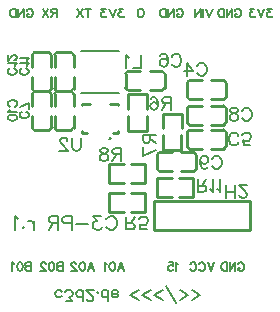
<source format=gbo>
G04 Layer: BottomSilkLayer*
G04 EasyEDA v6.3.53, 2020-06-11T20:36:36+02:00*
G04 f86898c5f0de4d6e8d1821827ec38a2b,d798ca008b2c48fc9d28453cf4f639a5,10*
G04 Gerber Generator version 0.2*
G04 Scale: 100 percent, Rotated: No, Reflected: No *
G04 Dimensions in millimeters *
G04 leading zeros omitted , absolute positions ,3 integer and 3 decimal *
%FSLAX33Y33*%
%MOMM*%
G90*
G71D02*

%ADD10C,0.254000*%
%ADD29C,0.203200*%
%ADD30C,0.152400*%

%LPD*%
G54D10*
G01X11785Y8851D02*
G01X11785Y10452D01*
G01X13635Y10446D02*
G01X14885Y10446D01*
G01X13635Y8846D02*
G01X14885Y8846D01*
G01X13035Y10452D02*
G01X11785Y10452D01*
G01X13035Y8851D02*
G01X11785Y8851D01*
G01X14885Y8846D02*
G01X14885Y10446D01*
G01X15849Y10121D02*
G01X15849Y11722D01*
G01X17699Y11716D02*
G01X18949Y11716D01*
G01X17699Y10116D02*
G01X18949Y10116D01*
G01X17099Y11722D02*
G01X15849Y11722D01*
G01X17099Y10121D02*
G01X15849Y10121D01*
G01X18949Y10116D02*
G01X18949Y11716D01*
G01X15625Y7289D02*
G01X23744Y7289D01*
G01X23744Y7289D02*
G01X23744Y9728D01*
G01X23744Y9728D02*
G01X15625Y9728D01*
G01X15625Y9728D02*
G01X15625Y7289D01*
G01X14884Y12865D02*
G01X14884Y11264D01*
G01X13034Y11270D02*
G01X11784Y11270D01*
G01X13034Y12870D02*
G01X11784Y12870D01*
G01X13634Y11264D02*
G01X14884Y11264D01*
G01X13634Y12865D02*
G01X14884Y12865D01*
G01X11784Y12870D02*
G01X11784Y11270D01*
G01X5495Y15748D02*
G01X6695Y15748D01*
G01X5295Y17798D02*
G01X5295Y18798D01*
G01X6896Y17798D02*
G01X6896Y18798D01*
G01X5295Y16998D02*
G01X5295Y15999D01*
G01X6896Y16998D02*
G01X6896Y15999D01*
G01X5495Y19049D02*
G01X6695Y19049D01*
G01X5295Y18849D02*
G01X5295Y18798D01*
G01X6896Y18848D02*
G01X6896Y18798D01*
G01X5295Y15948D02*
G01X5295Y15999D01*
G01X6896Y15949D02*
G01X6896Y15999D01*
G01X8601Y22351D02*
G01X7401Y22351D01*
G01X8801Y20301D02*
G01X8801Y19301D01*
G01X7200Y20301D02*
G01X7200Y19301D01*
G01X8801Y21101D02*
G01X8801Y22100D01*
G01X7200Y21101D02*
G01X7200Y22100D01*
G01X8601Y19050D02*
G01X7401Y19050D01*
G01X8801Y19250D02*
G01X8801Y19301D01*
G01X7200Y19251D02*
G01X7200Y19301D01*
G01X8801Y22151D02*
G01X8801Y22100D01*
G01X7200Y22150D02*
G01X7200Y22100D01*
G01X6696Y22351D02*
G01X5496Y22351D01*
G01X6896Y20301D02*
G01X6896Y19301D01*
G01X5295Y20301D02*
G01X5295Y19301D01*
G01X6896Y21101D02*
G01X6896Y22100D01*
G01X5295Y21101D02*
G01X5295Y22100D01*
G01X6696Y19050D02*
G01X5496Y19050D01*
G01X6896Y19250D02*
G01X6896Y19301D01*
G01X5295Y19251D02*
G01X5295Y19301D01*
G01X6896Y22151D02*
G01X6896Y22100D01*
G01X5295Y22150D02*
G01X5295Y22100D01*
G01X18415Y17618D02*
G01X18415Y16418D01*
G01X20465Y17818D02*
G01X21465Y17818D01*
G01X20465Y16217D02*
G01X21465Y16217D01*
G01X19665Y17818D02*
G01X18666Y17818D01*
G01X19665Y16217D02*
G01X18666Y16217D01*
G01X21716Y17618D02*
G01X21716Y16418D01*
G01X21516Y17818D02*
G01X21465Y17818D01*
G01X21515Y16217D02*
G01X21465Y16217D01*
G01X18615Y17818D02*
G01X18666Y17818D01*
G01X18616Y16217D02*
G01X18666Y16217D01*
G01X15875Y13681D02*
G01X15875Y12481D01*
G01X17925Y13881D02*
G01X18925Y13881D01*
G01X17925Y12280D02*
G01X18925Y12280D01*
G01X17125Y13881D02*
G01X16126Y13881D01*
G01X17125Y12280D02*
G01X16126Y12280D01*
G01X19176Y13681D02*
G01X19176Y12481D01*
G01X18976Y13881D02*
G01X18925Y13881D01*
G01X18975Y12280D02*
G01X18925Y12280D01*
G01X16075Y13881D02*
G01X16126Y13881D01*
G01X16076Y12280D02*
G01X16126Y12280D01*
G01X18415Y19777D02*
G01X18415Y18577D01*
G01X20465Y19977D02*
G01X21465Y19977D01*
G01X20465Y18376D02*
G01X21465Y18376D01*
G01X19665Y19977D02*
G01X18666Y19977D01*
G01X19665Y18376D02*
G01X18666Y18376D01*
G01X21716Y19777D02*
G01X21716Y18577D01*
G01X21516Y19977D02*
G01X21465Y19977D01*
G01X21515Y18376D02*
G01X21465Y18376D01*
G01X18615Y19977D02*
G01X18666Y19977D01*
G01X18616Y18376D02*
G01X18666Y18376D01*
G01X21716Y14385D02*
G01X21716Y15585D01*
G01X19666Y14185D02*
G01X18666Y14185D01*
G01X19666Y15786D02*
G01X18666Y15786D01*
G01X20466Y14185D02*
G01X21465Y14185D01*
G01X20466Y15786D02*
G01X21465Y15786D01*
G01X18415Y14385D02*
G01X18415Y15585D01*
G01X18615Y14185D02*
G01X18666Y14185D01*
G01X18616Y15786D02*
G01X18666Y15786D01*
G01X21516Y14185D02*
G01X21465Y14185D01*
G01X21515Y15786D02*
G01X21465Y15786D01*
G01X13208Y20539D02*
G01X13208Y19339D01*
G01X15258Y20739D02*
G01X16258Y20739D01*
G01X15258Y19138D02*
G01X16258Y19138D01*
G01X14458Y20739D02*
G01X13459Y20739D01*
G01X14458Y19138D02*
G01X13459Y19138D01*
G01X16509Y20539D02*
G01X16509Y19339D01*
G01X16309Y20739D02*
G01X16258Y20739D01*
G01X16308Y19138D02*
G01X16258Y19138D01*
G01X13408Y20739D02*
G01X13459Y20739D01*
G01X13409Y19138D02*
G01X13459Y19138D01*
G01X8601Y19049D02*
G01X7401Y19049D01*
G01X8801Y16999D02*
G01X8801Y15999D01*
G01X7200Y16999D02*
G01X7200Y15999D01*
G01X8801Y17799D02*
G01X8801Y18798D01*
G01X7200Y17799D02*
G01X7200Y18798D01*
G01X8601Y15748D02*
G01X7401Y15748D01*
G01X8801Y15948D02*
G01X8801Y15999D01*
G01X7200Y15949D02*
G01X7200Y15999D01*
G01X8801Y18849D02*
G01X8801Y18798D01*
G01X7200Y18848D02*
G01X7200Y18798D01*
G01X12548Y15499D02*
G01X12155Y15499D01*
G01X9942Y15499D02*
G01X9549Y15499D01*
G01X9549Y15499D02*
G01X9549Y15668D01*
G01X9549Y17880D02*
G01X9549Y17999D01*
G01X9549Y17999D02*
G01X10192Y17999D01*
G01X11905Y17999D02*
G01X12548Y17999D01*
G01X12548Y17999D02*
G01X12548Y17880D01*
G01X12548Y15668D02*
G01X12548Y15499D01*
G01X15024Y15722D02*
G01X13423Y15722D01*
G01X13429Y17572D02*
G01X13429Y18822D01*
G01X15029Y17572D02*
G01X15029Y18822D01*
G01X13423Y16972D02*
G01X13423Y15722D01*
G01X15024Y16972D02*
G01X15024Y15722D01*
G01X15029Y18822D02*
G01X13429Y18822D01*
G01X16344Y17170D02*
G01X17945Y17170D01*
G01X17939Y15320D02*
G01X17939Y14070D01*
G01X16339Y15320D02*
G01X16339Y14070D01*
G01X17945Y15920D02*
G01X17945Y17170D01*
G01X16344Y15920D02*
G01X16344Y17170D01*
G01X16339Y14070D02*
G01X17939Y14070D01*
G54D29*
G01X12664Y18901D02*
G01X9464Y18901D01*
G01X12664Y22500D02*
G01X9464Y22500D01*
G01X4822Y25859D02*
G01X4856Y25927D01*
G01X4924Y25995D01*
G01X4993Y26029D01*
G01X5129Y26029D01*
G01X5197Y25995D01*
G01X5265Y25927D01*
G01X5299Y25859D01*
G01X5334Y25757D01*
G01X5334Y25586D01*
G01X5299Y25484D01*
G01X5265Y25416D01*
G01X5197Y25348D01*
G01X5129Y25313D01*
G01X4993Y25313D01*
G01X4924Y25348D01*
G01X4856Y25416D01*
G01X4822Y25484D01*
G01X4822Y25586D01*
G01X4993Y25586D02*
G01X4822Y25586D01*
G01X4597Y26029D02*
G01X4597Y25313D01*
G01X4597Y26029D02*
G01X4120Y25313D01*
G01X4120Y26029D02*
G01X4120Y25313D01*
G01X3895Y26029D02*
G01X3895Y25313D01*
G01X3895Y26029D02*
G01X3656Y26029D01*
G01X3554Y25995D01*
G01X3486Y25927D01*
G01X3452Y25859D01*
G01X3418Y25757D01*
G01X3418Y25586D01*
G01X3452Y25484D01*
G01X3486Y25416D01*
G01X3554Y25348D01*
G01X3656Y25313D01*
G01X3895Y25313D01*
G01X7366Y26029D02*
G01X7366Y25313D01*
G01X7366Y26029D02*
G01X7059Y26029D01*
G01X6956Y25995D01*
G01X6922Y25961D01*
G01X6888Y25893D01*
G01X6888Y25825D01*
G01X6922Y25757D01*
G01X6956Y25723D01*
G01X7059Y25688D01*
G01X7366Y25688D01*
G01X7127Y25688D02*
G01X6888Y25313D01*
G01X6663Y26029D02*
G01X6186Y25313D01*
G01X6186Y26029D02*
G01X6663Y25313D01*
G01X10048Y26029D02*
G01X10048Y25313D01*
G01X10287Y26029D02*
G01X9809Y26029D01*
G01X9584Y26029D02*
G01X9107Y25313D01*
G01X9107Y26029D02*
G01X9584Y25313D01*
G01X13012Y26029D02*
G01X12637Y26029D01*
G01X12842Y25757D01*
G01X12740Y25757D01*
G01X12671Y25723D01*
G01X12637Y25688D01*
G01X12603Y25586D01*
G01X12603Y25518D01*
G01X12637Y25416D01*
G01X12705Y25348D01*
G01X12808Y25313D01*
G01X12910Y25313D01*
G01X13012Y25348D01*
G01X13046Y25382D01*
G01X13081Y25450D01*
G01X12378Y26029D02*
G01X12105Y25313D01*
G01X11833Y26029D02*
G01X12105Y25313D01*
G01X11540Y26029D02*
G01X11165Y26029D01*
G01X11369Y25757D01*
G01X11267Y25757D01*
G01X11199Y25723D01*
G01X11165Y25688D01*
G01X11130Y25586D01*
G01X11130Y25518D01*
G01X11165Y25416D01*
G01X11233Y25348D01*
G01X11335Y25313D01*
G01X11437Y25313D01*
G01X11540Y25348D01*
G01X11574Y25382D01*
G01X11608Y25450D01*
G01X14527Y26029D02*
G01X14629Y25995D01*
G01X14697Y25893D01*
G01X14732Y25723D01*
G01X14732Y25620D01*
G01X14697Y25450D01*
G01X14629Y25348D01*
G01X14527Y25313D01*
G01X14459Y25313D01*
G01X14356Y25348D01*
G01X14288Y25450D01*
G01X14254Y25620D01*
G01X14254Y25723D01*
G01X14288Y25893D01*
G01X14356Y25995D01*
G01X14459Y26029D01*
G01X14527Y26029D01*
G01X17522Y25859D02*
G01X17556Y25927D01*
G01X17624Y25995D01*
G01X17693Y26029D01*
G01X17829Y26029D01*
G01X17897Y25995D01*
G01X17965Y25927D01*
G01X17999Y25859D01*
G01X18034Y25757D01*
G01X18034Y25586D01*
G01X17999Y25484D01*
G01X17965Y25416D01*
G01X17897Y25348D01*
G01X17829Y25313D01*
G01X17693Y25313D01*
G01X17624Y25348D01*
G01X17556Y25416D01*
G01X17522Y25484D01*
G01X17522Y25586D01*
G01X17693Y25586D02*
G01X17522Y25586D01*
G01X17297Y26029D02*
G01X17297Y25313D01*
G01X17297Y26029D02*
G01X16820Y25313D01*
G01X16820Y26029D02*
G01X16820Y25313D01*
G01X16595Y26029D02*
G01X16595Y25313D01*
G01X16595Y26029D02*
G01X16356Y26029D01*
G01X16254Y25995D01*
G01X16186Y25927D01*
G01X16152Y25859D01*
G01X16118Y25757D01*
G01X16118Y25586D01*
G01X16152Y25484D01*
G01X16186Y25416D01*
G01X16254Y25348D01*
G01X16356Y25313D01*
G01X16595Y25313D01*
G01X22475Y25859D02*
G01X22509Y25927D01*
G01X22577Y25995D01*
G01X22646Y26029D01*
G01X22782Y26029D01*
G01X22850Y25995D01*
G01X22918Y25927D01*
G01X22952Y25859D01*
G01X22987Y25757D01*
G01X22987Y25586D01*
G01X22952Y25484D01*
G01X22918Y25416D01*
G01X22850Y25348D01*
G01X22782Y25313D01*
G01X22646Y25313D01*
G01X22577Y25348D01*
G01X22509Y25416D01*
G01X22475Y25484D01*
G01X22475Y25586D01*
G01X22646Y25586D02*
G01X22475Y25586D01*
G01X22250Y26029D02*
G01X22250Y25313D01*
G01X22250Y26029D02*
G01X21773Y25313D01*
G01X21773Y26029D02*
G01X21773Y25313D01*
G01X21548Y26029D02*
G01X21548Y25313D01*
G01X21548Y26029D02*
G01X21309Y26029D01*
G01X21207Y25995D01*
G01X21139Y25927D01*
G01X21105Y25859D01*
G01X21071Y25757D01*
G01X21071Y25586D01*
G01X21105Y25484D01*
G01X21139Y25416D01*
G01X21207Y25348D01*
G01X21309Y25313D01*
G01X21548Y25313D01*
G01X20574Y26029D02*
G01X20301Y25313D01*
G01X20028Y26029D02*
G01X20301Y25313D01*
G01X19803Y26029D02*
G01X19803Y25313D01*
G01X19578Y26029D02*
G01X19578Y25313D01*
G01X19578Y26029D02*
G01X19101Y25313D01*
G01X19101Y26029D02*
G01X19101Y25313D01*
G01X25585Y26029D02*
G01X25210Y26029D01*
G01X25415Y25757D01*
G01X25313Y25757D01*
G01X25244Y25723D01*
G01X25210Y25688D01*
G01X25176Y25586D01*
G01X25176Y25518D01*
G01X25210Y25416D01*
G01X25278Y25348D01*
G01X25381Y25313D01*
G01X25483Y25313D01*
G01X25585Y25348D01*
G01X25619Y25382D01*
G01X25654Y25450D01*
G01X24951Y26029D02*
G01X24678Y25313D01*
G01X24406Y26029D02*
G01X24678Y25313D01*
G01X24113Y26029D02*
G01X23738Y26029D01*
G01X23942Y25757D01*
G01X23840Y25757D01*
G01X23772Y25723D01*
G01X23738Y25688D01*
G01X23703Y25586D01*
G01X23703Y25518D01*
G01X23738Y25416D01*
G01X23806Y25348D01*
G01X23908Y25313D01*
G01X24010Y25313D01*
G01X24113Y25348D01*
G01X24147Y25382D01*
G01X24181Y25450D01*
G01X5207Y4566D02*
G01X5207Y3850D01*
G01X5207Y4566D02*
G01X4900Y4566D01*
G01X4797Y4532D01*
G01X4763Y4498D01*
G01X4729Y4430D01*
G01X4729Y4362D01*
G01X4763Y4294D01*
G01X4797Y4260D01*
G01X4900Y4225D01*
G01X5207Y4225D02*
G01X4900Y4225D01*
G01X4797Y4191D01*
G01X4763Y4157D01*
G01X4729Y4089D01*
G01X4729Y3987D01*
G01X4763Y3919D01*
G01X4797Y3885D01*
G01X4900Y3850D01*
G01X5207Y3850D01*
G01X4300Y4566D02*
G01X4402Y4532D01*
G01X4470Y4430D01*
G01X4504Y4260D01*
G01X4504Y4157D01*
G01X4470Y3987D01*
G01X4402Y3885D01*
G01X4300Y3850D01*
G01X4231Y3850D01*
G01X4129Y3885D01*
G01X4061Y3987D01*
G01X4027Y4157D01*
G01X4027Y4260D01*
G01X4061Y4430D01*
G01X4129Y4532D01*
G01X4231Y4566D01*
G01X4300Y4566D01*
G01X3802Y4430D02*
G01X3734Y4464D01*
G01X3631Y4566D01*
G01X3631Y3850D01*
G01X7874Y4566D02*
G01X7874Y3850D01*
G01X7874Y4566D02*
G01X7567Y4566D01*
G01X7464Y4532D01*
G01X7430Y4498D01*
G01X7396Y4430D01*
G01X7396Y4362D01*
G01X7430Y4294D01*
G01X7464Y4260D01*
G01X7567Y4225D01*
G01X7874Y4225D02*
G01X7567Y4225D01*
G01X7464Y4191D01*
G01X7430Y4157D01*
G01X7396Y4089D01*
G01X7396Y3987D01*
G01X7430Y3919D01*
G01X7464Y3885D01*
G01X7567Y3850D01*
G01X7874Y3850D01*
G01X6967Y4566D02*
G01X7069Y4532D01*
G01X7137Y4430D01*
G01X7171Y4260D01*
G01X7171Y4157D01*
G01X7137Y3987D01*
G01X7069Y3885D01*
G01X6967Y3850D01*
G01X6898Y3850D01*
G01X6796Y3885D01*
G01X6728Y3987D01*
G01X6694Y4157D01*
G01X6694Y4260D01*
G01X6728Y4430D01*
G01X6796Y4532D01*
G01X6898Y4566D01*
G01X6967Y4566D01*
G01X6435Y4396D02*
G01X6435Y4430D01*
G01X6401Y4498D01*
G01X6367Y4532D01*
G01X6298Y4566D01*
G01X6162Y4566D01*
G01X6094Y4532D01*
G01X6060Y4498D01*
G01X6026Y4430D01*
G01X6026Y4362D01*
G01X6060Y4294D01*
G01X6128Y4191D01*
G01X6469Y3850D01*
G01X5992Y3850D01*
G01X10268Y4566D02*
G01X10541Y3850D01*
G01X10268Y4566D02*
G01X9995Y3850D01*
G01X10438Y4089D02*
G01X10097Y4089D01*
G01X9565Y4566D02*
G01X9668Y4532D01*
G01X9736Y4430D01*
G01X9770Y4260D01*
G01X9770Y4157D01*
G01X9736Y3987D01*
G01X9668Y3885D01*
G01X9565Y3850D01*
G01X9497Y3850D01*
G01X9395Y3885D01*
G01X9327Y3987D01*
G01X9293Y4157D01*
G01X9293Y4260D01*
G01X9327Y4430D01*
G01X9395Y4532D01*
G01X9497Y4566D01*
G01X9565Y4566D01*
G01X9034Y4396D02*
G01X9034Y4430D01*
G01X9000Y4498D01*
G01X8965Y4532D01*
G01X8897Y4566D01*
G01X8761Y4566D01*
G01X8693Y4532D01*
G01X8659Y4498D01*
G01X8625Y4430D01*
G01X8625Y4362D01*
G01X8659Y4294D01*
G01X8727Y4191D01*
G01X9068Y3850D01*
G01X8590Y3850D01*
G01X12808Y4566D02*
G01X13081Y3850D01*
G01X12808Y4566D02*
G01X12535Y3850D01*
G01X12978Y4089D02*
G01X12637Y4089D01*
G01X12105Y4566D02*
G01X12208Y4532D01*
G01X12276Y4430D01*
G01X12310Y4260D01*
G01X12310Y4157D01*
G01X12276Y3987D01*
G01X12208Y3885D01*
G01X12105Y3850D01*
G01X12037Y3850D01*
G01X11935Y3885D01*
G01X11867Y3987D01*
G01X11833Y4157D01*
G01X11833Y4260D01*
G01X11867Y4430D01*
G01X11935Y4532D01*
G01X12037Y4566D01*
G01X12105Y4566D01*
G01X11608Y4430D02*
G01X11540Y4464D01*
G01X11437Y4566D01*
G01X11437Y3850D01*
G01X20701Y4566D02*
G01X20428Y3850D01*
G01X20155Y4566D02*
G01X20428Y3850D01*
G01X19419Y4396D02*
G01X19453Y4464D01*
G01X19521Y4532D01*
G01X19589Y4566D01*
G01X19725Y4566D01*
G01X19794Y4532D01*
G01X19862Y4464D01*
G01X19896Y4396D01*
G01X19930Y4294D01*
G01X19930Y4123D01*
G01X19896Y4021D01*
G01X19862Y3953D01*
G01X19794Y3885D01*
G01X19725Y3850D01*
G01X19589Y3850D01*
G01X19521Y3885D01*
G01X19453Y3953D01*
G01X19419Y4021D01*
G01X18682Y4396D02*
G01X18716Y4464D01*
G01X18785Y4532D01*
G01X18853Y4566D01*
G01X18989Y4566D01*
G01X19057Y4532D01*
G01X19125Y4464D01*
G01X19160Y4396D01*
G01X19194Y4294D01*
G01X19194Y4123D01*
G01X19160Y4021D01*
G01X19125Y3953D01*
G01X19057Y3885D01*
G01X18989Y3850D01*
G01X18853Y3850D01*
G01X18785Y3885D01*
G01X18716Y3953D01*
G01X18682Y4021D01*
G01X17653Y4430D02*
G01X17584Y4464D01*
G01X17482Y4566D01*
G01X17482Y3850D01*
G01X16848Y4566D02*
G01X17189Y4566D01*
G01X17223Y4260D01*
G01X17189Y4294D01*
G01X17087Y4328D01*
G01X16984Y4328D01*
G01X16882Y4294D01*
G01X16814Y4225D01*
G01X16780Y4123D01*
G01X16780Y4055D01*
G01X16814Y3953D01*
G01X16882Y3885D01*
G01X16984Y3850D01*
G01X17087Y3850D01*
G01X17189Y3885D01*
G01X17223Y3919D01*
G01X17257Y3987D01*
G01X22729Y4396D02*
G01X22763Y4464D01*
G01X22831Y4532D01*
G01X22900Y4566D01*
G01X23036Y4566D01*
G01X23104Y4532D01*
G01X23172Y4464D01*
G01X23206Y4396D01*
G01X23241Y4294D01*
G01X23241Y4123D01*
G01X23206Y4021D01*
G01X23172Y3953D01*
G01X23104Y3885D01*
G01X23036Y3850D01*
G01X22900Y3850D01*
G01X22831Y3885D01*
G01X22763Y3953D01*
G01X22729Y4021D01*
G01X22729Y4123D01*
G01X22900Y4123D02*
G01X22729Y4123D01*
G01X22504Y4566D02*
G01X22504Y3850D01*
G01X22504Y4566D02*
G01X22027Y3850D01*
G01X22027Y4566D02*
G01X22027Y3850D01*
G01X21802Y4566D02*
G01X21802Y3850D01*
G01X21802Y4566D02*
G01X21563Y4566D01*
G01X21461Y4532D01*
G01X21393Y4464D01*
G01X21359Y4396D01*
G01X21325Y4294D01*
G01X21325Y4123D01*
G01X21359Y4021D01*
G01X21393Y3953D01*
G01X21461Y3885D01*
G01X21563Y3850D01*
G01X21802Y3850D01*
G01X7784Y1731D02*
G01X7693Y1640D01*
G01X7602Y1595D01*
G01X7466Y1595D01*
G01X7375Y1640D01*
G01X7284Y1731D01*
G01X7239Y1867D01*
G01X7239Y1958D01*
G01X7284Y2095D01*
G01X7375Y2186D01*
G01X7466Y2231D01*
G01X7602Y2231D01*
G01X7693Y2186D01*
G01X7784Y2095D01*
G01X8175Y1276D02*
G01X8675Y1276D01*
G01X8402Y1640D01*
G01X8538Y1640D01*
G01X8629Y1686D01*
G01X8675Y1731D01*
G01X8720Y1867D01*
G01X8720Y1958D01*
G01X8675Y2095D01*
G01X8584Y2186D01*
G01X8448Y2231D01*
G01X8311Y2231D01*
G01X8175Y2186D01*
G01X8129Y2140D01*
G01X8084Y2049D01*
G01X9566Y1276D02*
G01X9566Y2231D01*
G01X9566Y1731D02*
G01X9475Y1640D01*
G01X9384Y1595D01*
G01X9248Y1595D01*
G01X9157Y1640D01*
G01X9066Y1731D01*
G01X9020Y1867D01*
G01X9020Y1958D01*
G01X9066Y2095D01*
G01X9157Y2186D01*
G01X9248Y2231D01*
G01X9384Y2231D01*
G01X9475Y2186D01*
G01X9566Y2095D01*
G01X9911Y1504D02*
G01X9911Y1458D01*
G01X9957Y1367D01*
G01X10002Y1322D01*
G01X10093Y1276D01*
G01X10275Y1276D01*
G01X10366Y1322D01*
G01X10411Y1367D01*
G01X10457Y1458D01*
G01X10457Y1549D01*
G01X10411Y1640D01*
G01X10320Y1776D01*
G01X9866Y2231D01*
G01X10502Y2231D01*
G01X10848Y2004D02*
G01X10802Y2049D01*
G01X10848Y2095D01*
G01X10893Y2049D01*
G01X10848Y2004D01*
G01X11738Y1276D02*
G01X11738Y2231D01*
G01X11738Y1731D02*
G01X11648Y1640D01*
G01X11557Y1595D01*
G01X11420Y1595D01*
G01X11329Y1640D01*
G01X11238Y1731D01*
G01X11193Y1867D01*
G01X11193Y1958D01*
G01X11238Y2095D01*
G01X11329Y2186D01*
G01X11420Y2231D01*
G01X11557Y2231D01*
G01X11648Y2186D01*
G01X11738Y2095D01*
G01X12038Y1867D02*
G01X12584Y1867D01*
G01X12584Y1776D01*
G01X12538Y1686D01*
G01X12493Y1640D01*
G01X12402Y1595D01*
G01X12266Y1595D01*
G01X12175Y1640D01*
G01X12084Y1731D01*
G01X12038Y1867D01*
G01X12038Y1958D01*
G01X12084Y2095D01*
G01X12175Y2186D01*
G01X12266Y2231D01*
G01X12402Y2231D01*
G01X12493Y2186D01*
G01X12584Y2095D01*
G01X14311Y1413D02*
G01X13584Y1822D01*
G01X14311Y2231D01*
G01X15339Y1413D02*
G01X14611Y1822D01*
G01X15339Y2231D01*
G01X16366Y1413D02*
G01X15639Y1822D01*
G01X16366Y2231D01*
G01X17484Y1095D02*
G01X16666Y2549D01*
G01X17784Y1413D02*
G01X18511Y1822D01*
G01X17784Y2231D01*
G01X18811Y1413D02*
G01X19539Y1822D01*
G01X18811Y2231D01*
G01X11592Y8216D02*
G01X11650Y8328D01*
G01X11765Y8442D01*
G01X11877Y8501D01*
G01X12105Y8501D01*
G01X12219Y8442D01*
G01X12331Y8328D01*
G01X12390Y8216D01*
G01X12446Y8046D01*
G01X12446Y7762D01*
G01X12390Y7592D01*
G01X12331Y7477D01*
G01X12219Y7363D01*
G01X12105Y7307D01*
G01X11877Y7307D01*
G01X11765Y7363D01*
G01X11650Y7477D01*
G01X11592Y7592D01*
G01X11104Y8501D02*
G01X10480Y8501D01*
G01X10820Y8046D01*
G01X10650Y8046D01*
G01X10535Y7988D01*
G01X10480Y7932D01*
G01X10424Y7762D01*
G01X10424Y7647D01*
G01X10480Y7477D01*
G01X10594Y7363D01*
G01X10764Y7307D01*
G01X10934Y7307D01*
G01X11104Y7363D01*
G01X11160Y7421D01*
G01X11219Y7533D01*
G01X10048Y7818D02*
G01X9024Y7818D01*
G01X8651Y8501D02*
G01X8651Y7307D01*
G01X8651Y8501D02*
G01X8138Y8501D01*
G01X7967Y8442D01*
G01X7912Y8387D01*
G01X7856Y8272D01*
G01X7856Y8102D01*
G01X7912Y7988D01*
G01X7967Y7932D01*
G01X8138Y7876D01*
G01X8651Y7876D01*
G01X7480Y8501D02*
G01X7480Y7307D01*
G01X7480Y8501D02*
G01X6969Y8501D01*
G01X6797Y8442D01*
G01X6741Y8387D01*
G01X6685Y8272D01*
G01X6685Y8158D01*
G01X6741Y8046D01*
G01X6797Y7988D01*
G01X6969Y7932D01*
G01X7480Y7932D01*
G01X7081Y7932D02*
G01X6685Y7307D01*
G01X5435Y8102D02*
G01X5435Y7307D01*
G01X5435Y7762D02*
G01X5377Y7932D01*
G01X5265Y8046D01*
G01X5151Y8102D01*
G01X4980Y8102D01*
G01X4549Y7592D02*
G01X4605Y7533D01*
G01X4549Y7477D01*
G01X4490Y7533D01*
G01X4549Y7592D01*
G01X4117Y8272D02*
G01X4003Y8328D01*
G01X3832Y8501D01*
G01X3832Y7307D01*
G54D30*
G01X13286Y7355D02*
G01X13286Y8445D01*
G01X13286Y7355D02*
G01X13753Y7355D01*
G01X13908Y7406D01*
G01X13961Y7459D01*
G01X14012Y7564D01*
G01X14012Y7668D01*
G01X13961Y7772D01*
G01X13908Y7823D01*
G01X13753Y7874D01*
G01X13286Y7874D01*
G01X13649Y7874D02*
G01X14012Y8445D01*
G01X14980Y7355D02*
G01X14459Y7355D01*
G01X14408Y7823D01*
G01X14459Y7772D01*
G01X14617Y7719D01*
G01X14771Y7719D01*
G01X14926Y7772D01*
G01X15031Y7874D01*
G01X15084Y8031D01*
G01X15084Y8135D01*
G01X15031Y8290D01*
G01X14926Y8394D01*
G01X14771Y8445D01*
G01X14617Y8445D01*
G01X14459Y8394D01*
G01X14408Y8343D01*
G01X14355Y8239D01*
G01X19304Y10530D02*
G01X19304Y11620D01*
G01X19304Y10530D02*
G01X19771Y10530D01*
G01X19926Y10581D01*
G01X19979Y10634D01*
G01X20030Y10739D01*
G01X20030Y10843D01*
G01X19979Y10947D01*
G01X19926Y10998D01*
G01X19771Y11049D01*
G01X19304Y11049D01*
G01X19667Y11049D02*
G01X20030Y11620D01*
G01X20373Y10739D02*
G01X20477Y10685D01*
G01X20635Y10530D01*
G01X20635Y11620D01*
G01X20977Y10739D02*
G01X21082Y10685D01*
G01X21237Y10530D01*
G01X21237Y11620D01*
G01X21717Y10022D02*
G01X21717Y11112D01*
G01X22443Y10022D02*
G01X22443Y11112D01*
G01X21717Y10541D02*
G01X22443Y10541D01*
G01X22839Y10281D02*
G01X22839Y10231D01*
G01X22890Y10126D01*
G01X22943Y10073D01*
G01X23047Y10022D01*
G01X23253Y10022D01*
G01X23357Y10073D01*
G01X23411Y10126D01*
G01X23461Y10231D01*
G01X23461Y10335D01*
G01X23411Y10439D01*
G01X23307Y10594D01*
G01X22786Y11112D01*
G01X23515Y11112D01*
G01X12826Y14234D02*
G01X12826Y13144D01*
G01X12826Y14234D02*
G01X12359Y14234D01*
G01X12204Y14183D01*
G01X12151Y14130D01*
G01X12100Y14025D01*
G01X12100Y13921D01*
G01X12151Y13817D01*
G01X12204Y13766D01*
G01X12359Y13716D01*
G01X12826Y13716D01*
G01X12463Y13716D02*
G01X12100Y13144D01*
G01X11495Y14234D02*
G01X11653Y14183D01*
G01X11704Y14079D01*
G01X11704Y13975D01*
G01X11653Y13870D01*
G01X11549Y13817D01*
G01X11340Y13766D01*
G01X11186Y13716D01*
G01X11081Y13611D01*
G01X11028Y13507D01*
G01X11028Y13350D01*
G01X11081Y13246D01*
G01X11132Y13195D01*
G01X11290Y13144D01*
G01X11495Y13144D01*
G01X11653Y13195D01*
G01X11704Y13246D01*
G01X11757Y13350D01*
G01X11757Y13507D01*
G01X11704Y13611D01*
G01X11600Y13716D01*
G01X11445Y13766D01*
G01X11236Y13817D01*
G01X11132Y13870D01*
G01X11081Y13975D01*
G01X11081Y14079D01*
G01X11132Y14183D01*
G01X11290Y14234D01*
G01X11495Y14234D01*
G01X3438Y17742D02*
G01X3365Y17778D01*
G01X3293Y17851D01*
G01X3256Y17924D01*
G01X3256Y18069D01*
G01X3293Y18142D01*
G01X3365Y18215D01*
G01X3438Y18251D01*
G01X3547Y18288D01*
G01X3729Y18288D01*
G01X3838Y18251D01*
G01X3911Y18215D01*
G01X3983Y18142D01*
G01X4020Y18069D01*
G01X4020Y17924D01*
G01X3983Y17851D01*
G01X3911Y17778D01*
G01X3838Y17742D01*
G01X3402Y17502D02*
G01X3365Y17429D01*
G01X3256Y17320D01*
G01X4020Y17320D01*
G01X3256Y16862D02*
G01X3293Y16971D01*
G01X3402Y17044D01*
G01X3583Y17080D01*
G01X3693Y17080D01*
G01X3874Y17044D01*
G01X3983Y16971D01*
G01X4020Y16862D01*
G01X4020Y16789D01*
G01X3983Y16680D01*
G01X3874Y16607D01*
G01X3693Y16571D01*
G01X3583Y16571D01*
G01X3402Y16607D01*
G01X3293Y16680D01*
G01X3256Y16789D01*
G01X3256Y16862D01*
G01X4816Y20992D02*
G01X4889Y20956D01*
G01X4961Y20883D01*
G01X4998Y20810D01*
G01X4998Y20665D01*
G01X4961Y20592D01*
G01X4889Y20519D01*
G01X4816Y20483D01*
G01X4707Y20447D01*
G01X4525Y20447D01*
G01X4416Y20483D01*
G01X4343Y20519D01*
G01X4271Y20592D01*
G01X4234Y20665D01*
G01X4234Y20810D01*
G01X4271Y20883D01*
G01X4343Y20956D01*
G01X4416Y20992D01*
G01X4852Y21232D02*
G01X4889Y21305D01*
G01X4998Y21414D01*
G01X4234Y21414D01*
G01X4852Y21654D02*
G01X4889Y21727D01*
G01X4998Y21836D01*
G01X4234Y21836D01*
G01X3800Y20992D02*
G01X3873Y20956D01*
G01X3945Y20883D01*
G01X3982Y20810D01*
G01X3982Y20665D01*
G01X3945Y20592D01*
G01X3873Y20519D01*
G01X3800Y20483D01*
G01X3691Y20447D01*
G01X3509Y20447D01*
G01X3400Y20483D01*
G01X3327Y20519D01*
G01X3255Y20592D01*
G01X3218Y20665D01*
G01X3218Y20810D01*
G01X3255Y20883D01*
G01X3327Y20956D01*
G01X3400Y20992D01*
G01X3836Y21232D02*
G01X3873Y21305D01*
G01X3982Y21414D01*
G01X3218Y21414D01*
G01X3800Y21690D02*
G01X3836Y21690D01*
G01X3909Y21727D01*
G01X3945Y21763D01*
G01X3982Y21836D01*
G01X3982Y21981D01*
G01X3945Y22054D01*
G01X3909Y22090D01*
G01X3836Y22127D01*
G01X3764Y22127D01*
G01X3691Y22090D01*
G01X3582Y22017D01*
G01X3218Y21654D01*
G01X3218Y22163D01*
G01X23096Y17404D02*
G01X23149Y17508D01*
G01X23253Y17612D01*
G01X23355Y17663D01*
G01X23563Y17663D01*
G01X23667Y17612D01*
G01X23771Y17508D01*
G01X23825Y17404D01*
G01X23876Y17246D01*
G01X23876Y16987D01*
G01X23825Y16832D01*
G01X23771Y16728D01*
G01X23667Y16624D01*
G01X23563Y16573D01*
G01X23355Y16573D01*
G01X23253Y16624D01*
G01X23149Y16728D01*
G01X23096Y16832D01*
G01X22494Y17663D02*
G01X22649Y17612D01*
G01X22702Y17508D01*
G01X22702Y17404D01*
G01X22649Y17299D01*
G01X22545Y17246D01*
G01X22339Y17195D01*
G01X22181Y17145D01*
G01X22077Y17040D01*
G01X22027Y16936D01*
G01X22027Y16779D01*
G01X22077Y16675D01*
G01X22131Y16624D01*
G01X22286Y16573D01*
G01X22494Y16573D01*
G01X22649Y16624D01*
G01X22702Y16675D01*
G01X22753Y16779D01*
G01X22753Y16936D01*
G01X22702Y17040D01*
G01X22598Y17145D01*
G01X22441Y17195D01*
G01X22235Y17246D01*
G01X22131Y17299D01*
G01X22077Y17404D01*
G01X22077Y17508D01*
G01X22131Y17612D01*
G01X22286Y17663D01*
G01X22494Y17663D01*
G01X20556Y13340D02*
G01X20609Y13444D01*
G01X20713Y13548D01*
G01X20815Y13599D01*
G01X21023Y13599D01*
G01X21127Y13548D01*
G01X21231Y13444D01*
G01X21285Y13340D01*
G01X21335Y13182D01*
G01X21335Y12923D01*
G01X21285Y12768D01*
G01X21231Y12664D01*
G01X21127Y12560D01*
G01X21023Y12509D01*
G01X20815Y12509D01*
G01X20713Y12560D01*
G01X20609Y12664D01*
G01X20556Y12768D01*
G01X19537Y13235D02*
G01X19590Y13081D01*
G01X19695Y12976D01*
G01X19849Y12923D01*
G01X19900Y12923D01*
G01X20058Y12976D01*
G01X20162Y13081D01*
G01X20213Y13235D01*
G01X20213Y13286D01*
G01X20162Y13444D01*
G01X20058Y13548D01*
G01X19900Y13599D01*
G01X19849Y13599D01*
G01X19695Y13548D01*
G01X19590Y13444D01*
G01X19537Y13235D01*
G01X19537Y12976D01*
G01X19590Y12715D01*
G01X19695Y12560D01*
G01X19849Y12509D01*
G01X19954Y12509D01*
G01X20109Y12560D01*
G01X20162Y12664D01*
G01X19297Y21214D02*
G01X19350Y21318D01*
G01X19454Y21422D01*
G01X19556Y21473D01*
G01X19764Y21473D01*
G01X19868Y21422D01*
G01X19972Y21318D01*
G01X20026Y21214D01*
G01X20077Y21056D01*
G01X20077Y20797D01*
G01X20026Y20642D01*
G01X19972Y20538D01*
G01X19868Y20434D01*
G01X19764Y20383D01*
G01X19556Y20383D01*
G01X19454Y20434D01*
G01X19350Y20538D01*
G01X19297Y20642D01*
G01X18436Y21473D02*
G01X18954Y20746D01*
G01X18174Y20746D01*
G01X18436Y21473D02*
G01X18436Y20383D01*
G01X22750Y14726D02*
G01X22697Y14622D01*
G01X22593Y14518D01*
G01X22491Y14467D01*
G01X22283Y14467D01*
G01X22179Y14518D01*
G01X22075Y14622D01*
G01X22021Y14726D01*
G01X21970Y14884D01*
G01X21970Y15143D01*
G01X22021Y15298D01*
G01X22075Y15402D01*
G01X22179Y15506D01*
G01X22283Y15557D01*
G01X22491Y15557D01*
G01X22593Y15506D01*
G01X22697Y15402D01*
G01X22750Y15298D01*
G01X23715Y14467D02*
G01X23197Y14467D01*
G01X23144Y14935D01*
G01X23197Y14884D01*
G01X23352Y14831D01*
G01X23507Y14831D01*
G01X23665Y14884D01*
G01X23769Y14986D01*
G01X23819Y15143D01*
G01X23819Y15247D01*
G01X23769Y15402D01*
G01X23665Y15506D01*
G01X23507Y15557D01*
G01X23352Y15557D01*
G01X23197Y15506D01*
G01X23144Y15455D01*
G01X23093Y15351D01*
G01X17127Y21976D02*
G01X17180Y22080D01*
G01X17284Y22184D01*
G01X17386Y22235D01*
G01X17594Y22235D01*
G01X17698Y22184D01*
G01X17802Y22080D01*
G01X17856Y21976D01*
G01X17907Y21818D01*
G01X17907Y21559D01*
G01X17856Y21404D01*
G01X17802Y21300D01*
G01X17698Y21196D01*
G01X17594Y21145D01*
G01X17386Y21145D01*
G01X17284Y21196D01*
G01X17180Y21300D01*
G01X17127Y21404D01*
G01X16162Y22080D02*
G01X16212Y22184D01*
G01X16370Y22235D01*
G01X16472Y22235D01*
G01X16629Y22184D01*
G01X16733Y22026D01*
G01X16784Y21767D01*
G01X16784Y21508D01*
G01X16733Y21300D01*
G01X16629Y21196D01*
G01X16472Y21145D01*
G01X16421Y21145D01*
G01X16266Y21196D01*
G01X16162Y21300D01*
G01X16108Y21455D01*
G01X16108Y21508D01*
G01X16162Y21663D01*
G01X16266Y21767D01*
G01X16421Y21818D01*
G01X16472Y21818D01*
G01X16629Y21767D01*
G01X16733Y21663D01*
G01X16784Y21508D01*
G01X4816Y17309D02*
G01X4889Y17273D01*
G01X4961Y17200D01*
G01X4998Y17127D01*
G01X4998Y16982D01*
G01X4961Y16909D01*
G01X4889Y16836D01*
G01X4816Y16800D01*
G01X4707Y16764D01*
G01X4525Y16764D01*
G01X4416Y16800D01*
G01X4343Y16836D01*
G01X4271Y16909D01*
G01X4234Y16982D01*
G01X4234Y17127D01*
G01X4271Y17200D01*
G01X4343Y17273D01*
G01X4416Y17309D01*
G01X4998Y18058D02*
G01X4234Y17694D01*
G01X4998Y17549D02*
G01X4998Y18058D01*
G01X9398Y15123D02*
G01X9398Y14343D01*
G01X9347Y14188D01*
G01X9243Y14084D01*
G01X9085Y14033D01*
G01X8981Y14033D01*
G01X8826Y14084D01*
G01X8722Y14188D01*
G01X8671Y14343D01*
G01X8671Y15123D01*
G01X8275Y14864D02*
G01X8275Y14914D01*
G01X8224Y15019D01*
G01X8171Y15072D01*
G01X8067Y15123D01*
G01X7861Y15123D01*
G01X7757Y15072D01*
G01X7703Y15019D01*
G01X7653Y14914D01*
G01X7653Y14810D01*
G01X7703Y14706D01*
G01X7807Y14551D01*
G01X8328Y14033D01*
G01X7599Y14033D01*
G01X17018Y18552D02*
G01X17018Y17462D01*
G01X17018Y18552D02*
G01X16550Y18552D01*
G01X16395Y18501D01*
G01X16342Y18448D01*
G01X16291Y18343D01*
G01X16291Y18239D01*
G01X16342Y18135D01*
G01X16395Y18084D01*
G01X16550Y18034D01*
G01X17018Y18034D01*
G01X16654Y18034D02*
G01X16291Y17462D01*
G01X15323Y18397D02*
G01X15377Y18501D01*
G01X15532Y18552D01*
G01X15636Y18552D01*
G01X15791Y18501D01*
G01X15895Y18343D01*
G01X15948Y18084D01*
G01X15948Y17825D01*
G01X15895Y17617D01*
G01X15791Y17513D01*
G01X15636Y17462D01*
G01X15582Y17462D01*
G01X15427Y17513D01*
G01X15323Y17617D01*
G01X15273Y17772D01*
G01X15273Y17825D01*
G01X15323Y17980D01*
G01X15427Y18084D01*
G01X15582Y18135D01*
G01X15636Y18135D01*
G01X15791Y18084D01*
G01X15895Y17980D01*
G01X15948Y17825D01*
G01X14721Y15366D02*
G01X15811Y15366D01*
G01X14721Y15366D02*
G01X14721Y14899D01*
G01X14772Y14744D01*
G01X14825Y14691D01*
G01X14930Y14640D01*
G01X15034Y14640D01*
G01X15138Y14691D01*
G01X15189Y14744D01*
G01X15240Y14899D01*
G01X15240Y15366D01*
G01X15240Y15003D02*
G01X15811Y14640D01*
G01X14721Y13568D02*
G01X15811Y14089D01*
G01X14721Y14297D02*
G01X14721Y13568D01*
G01X14478Y22108D02*
G01X14478Y21018D01*
G01X14478Y21018D02*
G01X13855Y21018D01*
G01X13512Y21899D02*
G01X13408Y21953D01*
G01X13251Y22108D01*
G01X13251Y21018D01*
G54D10*
G75*
G01X5496Y19049D02*
G03X5296Y18849I0J-200D01*
G01*
G75*
G01X6696Y19049D02*
G02X6896Y18849I0J-200D01*
G01*
G75*
G01X5496Y15749D02*
G02X5296Y15949I0J200D01*
G01*
G75*
G01X6696Y15749D02*
G03X6896Y15949I0J200D01*
G01*
G75*
G01X8601Y19051D02*
G03X8801Y19251I0J200D01*
G01*
G75*
G01X7401Y19051D02*
G02X7201Y19251I0J200D01*
G01*
G75*
G01X8601Y22351D02*
G02X8801Y22151I0J-200D01*
G01*
G75*
G01X7401Y22351D02*
G03X7201Y22151I0J-200D01*
G01*
G75*
G01X6696Y19051D02*
G03X6896Y19251I0J200D01*
G01*
G75*
G01X5496Y19051D02*
G02X5296Y19251I0J200D01*
G01*
G75*
G01X6696Y22351D02*
G02X6896Y22151I0J-200D01*
G01*
G75*
G01X5496Y22351D02*
G03X5296Y22151I0J-200D01*
G01*
G75*
G01X21716Y17618D02*
G03X21516Y17818I-200J0D01*
G01*
G75*
G01X21716Y16418D02*
G02X21516Y16218I-200J0D01*
G01*
G75*
G01X18416Y17618D02*
G02X18616Y17818I200J0D01*
G01*
G75*
G01X18416Y16418D02*
G03X18616Y16218I200J0D01*
G01*
G75*
G01X19176Y13681D02*
G03X18976Y13881I-200J0D01*
G01*
G75*
G01X19176Y12481D02*
G02X18976Y12281I-200J0D01*
G01*
G75*
G01X15876Y13681D02*
G02X16076Y13881I200J0D01*
G01*
G75*
G01X15876Y12481D02*
G03X16076Y12281I200J0D01*
G01*
G75*
G01X21716Y19777D02*
G03X21516Y19977I-200J0D01*
G01*
G75*
G01X21716Y18577D02*
G02X21516Y18377I-200J0D01*
G01*
G75*
G01X18416Y19777D02*
G02X18616Y19977I200J0D01*
G01*
G75*
G01X18416Y18577D02*
G03X18616Y18377I200J0D01*
G01*
G75*
G01X18416Y14386D02*
G03X18616Y14186I200J0D01*
G01*
G75*
G01X18416Y15586D02*
G02X18616Y15786I200J0D01*
G01*
G75*
G01X21716Y14386D02*
G02X21516Y14186I-200J0D01*
G01*
G75*
G01X21716Y15586D02*
G03X21516Y15786I-200J0D01*
G01*
G75*
G01X16509Y20539D02*
G03X16309Y20739I-200J0D01*
G01*
G75*
G01X16509Y19339D02*
G02X16309Y19139I-200J0D01*
G01*
G75*
G01X13209Y20539D02*
G02X13409Y20739I200J0D01*
G01*
G75*
G01X13209Y19339D02*
G03X13409Y19139I200J0D01*
G01*
G75*
G01X8601Y15749D02*
G03X8801Y15949I0J200D01*
G01*
G75*
G01X7401Y15749D02*
G02X7201Y15949I0J200D01*
G01*
G75*
G01X8601Y19049D02*
G02X8801Y18849I0J-200D01*
G01*
G75*
G01X7401Y19049D02*
G03X7201Y18849I0J-200D01*
G01*
G75*
G01X11899Y15050D02*
G03X11899Y15050I-60J0D01*
G01*
M00*
M02*

</source>
